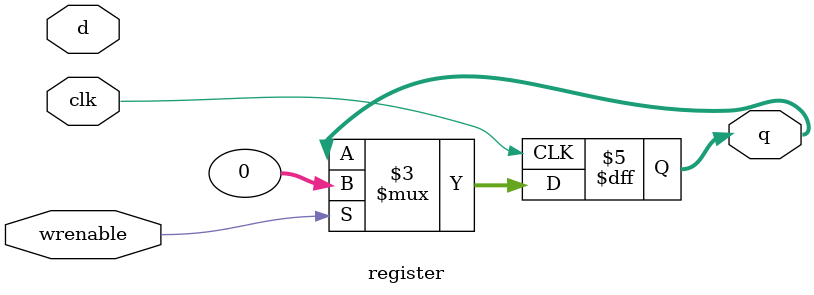
<source format=v>
module register
(
output reg  [31:0]q,
input       [31:0]d,
input       wrenable,
input       clk
);
    always @(posedge clk) begin
        if(wrenable) begin
            q[31:0] = 32'b00000000000000000000000000000000;
        end
    end
endmodule
</source>
